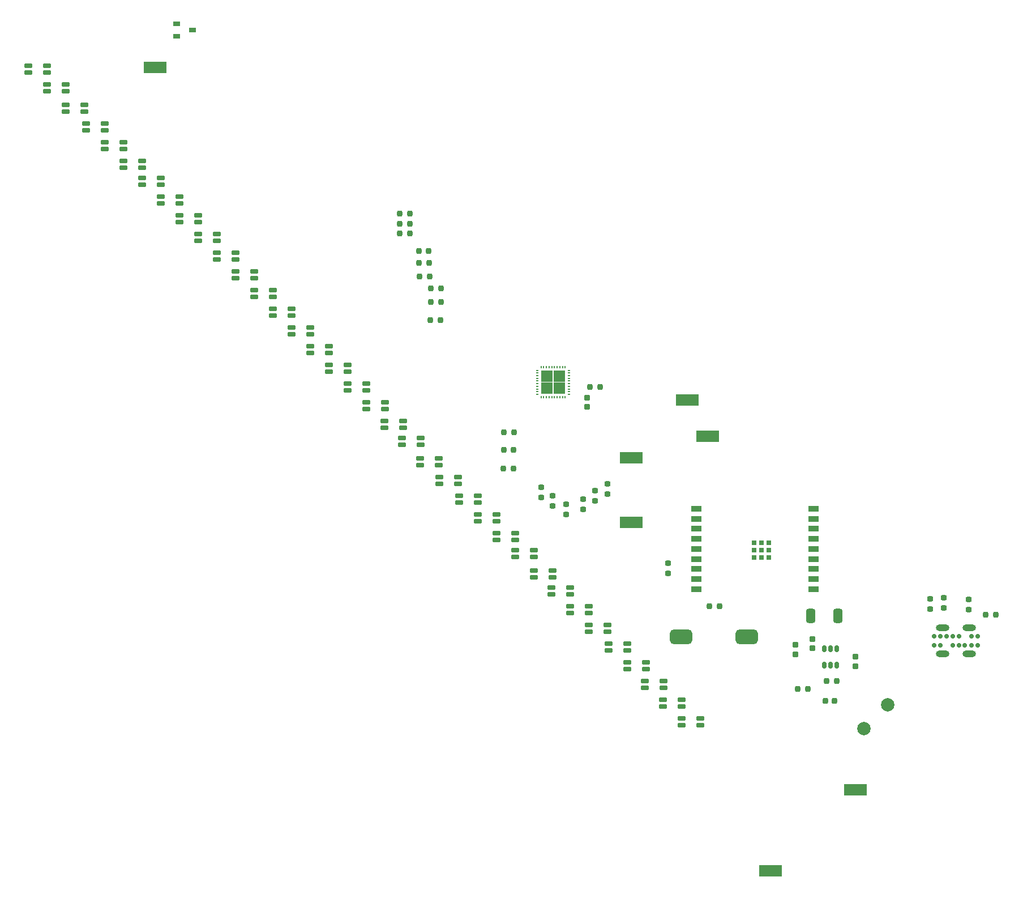
<source format=gbr>
%TF.GenerationSoftware,KiCad,Pcbnew,(7.0.0)*%
%TF.CreationDate,2023-03-18T11:24:22-05:00*%
%TF.ProjectId,LED Fan Blade,4c454420-4661-46e2-9042-6c6164652e6b,rev?*%
%TF.SameCoordinates,Original*%
%TF.FileFunction,Soldermask,Top*%
%TF.FilePolarity,Negative*%
%FSLAX46Y46*%
G04 Gerber Fmt 4.6, Leading zero omitted, Abs format (unit mm)*
G04 Created by KiCad (PCBNEW (7.0.0)) date 2023-03-18 11:24:22*
%MOMM*%
%LPD*%
G01*
G04 APERTURE LIST*
G04 Aperture macros list*
%AMRoundRect*
0 Rectangle with rounded corners*
0 $1 Rounding radius*
0 $2 $3 $4 $5 $6 $7 $8 $9 X,Y pos of 4 corners*
0 Add a 4 corners polygon primitive as box body*
4,1,4,$2,$3,$4,$5,$6,$7,$8,$9,$2,$3,0*
0 Add four circle primitives for the rounded corners*
1,1,$1+$1,$2,$3*
1,1,$1+$1,$4,$5*
1,1,$1+$1,$6,$7*
1,1,$1+$1,$8,$9*
0 Add four rect primitives between the rounded corners*
20,1,$1+$1,$2,$3,$4,$5,0*
20,1,$1+$1,$4,$5,$6,$7,0*
20,1,$1+$1,$6,$7,$8,$9,0*
20,1,$1+$1,$8,$9,$2,$3,0*%
G04 Aperture macros list end*
%ADD10RoundRect,0.175000X-0.425000X-0.175000X0.425000X-0.175000X0.425000X0.175000X-0.425000X0.175000X0*%
%ADD11RoundRect,0.201500X-0.201500X-0.230500X0.201500X-0.230500X0.201500X0.230500X-0.201500X0.230500X0*%
%ADD12R,3.430000X1.780000*%
%ADD13RoundRect,0.201500X0.230500X-0.201500X0.230500X0.201500X-0.230500X0.201500X-0.230500X-0.201500X0*%
%ADD14RoundRect,0.201500X0.201500X0.230500X-0.201500X0.230500X-0.201500X-0.230500X0.201500X-0.230500X0*%
%ADD15RoundRect,0.350000X0.350000X0.710000X-0.350000X0.710000X-0.350000X-0.710000X0.350000X-0.710000X0*%
%ADD16O,0.200000X0.350000*%
%ADD17O,0.350000X0.200000*%
%ADD18C,0.900000*%
%ADD19R,1.800000X1.800000*%
%ADD20RoundRect,0.201500X-0.230500X0.201500X-0.230500X-0.201500X0.230500X-0.201500X0.230500X0.201500X0*%
%ADD21RoundRect,0.200000X-0.250000X0.200000X-0.250000X-0.200000X0.250000X-0.200000X0.250000X0.200000X0*%
%ADD22C,2.000000*%
%ADD23R,1.000000X0.800000*%
%ADD24O,0.700000X0.700000*%
%ADD25O,2.000000X1.000000*%
%ADD26R,1.500000X0.900000*%
%ADD27R,0.700000X0.700000*%
%ADD28RoundRect,0.200000X0.250000X-0.200000X0.250000X0.200000X-0.250000X0.200000X-0.250000X-0.200000X0*%
%ADD29RoundRect,0.200000X-0.200000X-0.250000X0.200000X-0.250000X0.200000X0.250000X-0.200000X0.250000X0*%
%ADD30RoundRect,0.540000X-1.135000X-0.540000X1.135000X-0.540000X1.135000X0.540000X-1.135000X0.540000X0*%
%ADD31RoundRect,0.150000X0.150000X-0.350000X0.150000X0.350000X-0.150000X0.350000X-0.150000X-0.350000X0*%
G04 APERTURE END LIST*
D10*
%TO.C,LED22*%
X94358000Y-89146000D03*
X97158000Y-89146000D03*
X97158000Y-90146000D03*
X94358000Y-90146000D03*
%TD*%
%TO.C,LED6*%
X119628000Y-114046000D03*
X122428000Y-114046000D03*
X122428000Y-115046000D03*
X119628000Y-115046000D03*
%TD*%
%TO.C,LED12*%
X122552000Y-116832000D03*
X125352000Y-116832000D03*
X125352000Y-117832000D03*
X122552000Y-117832000D03*
%TD*%
D11*
%TO.C,BL:2*%
X96021000Y-65786000D03*
X97527000Y-65786000D03*
%TD*%
D10*
%TO.C,LED17*%
X108582000Y-102878000D03*
X111382000Y-102878000D03*
X111382000Y-103878000D03*
X108582000Y-103878000D03*
%TD*%
%TO.C,LED1*%
X35808000Y-30480000D03*
X38608000Y-30480000D03*
X38608000Y-31480000D03*
X35808000Y-31480000D03*
%TD*%
%TO.C,LED28*%
X97276000Y-91948000D03*
X100076000Y-91948000D03*
X100076000Y-92948000D03*
X97276000Y-92948000D03*
%TD*%
D12*
%TO.C,TestHallSense1*%
X54736999Y-30733999D03*
%TD*%
D11*
%TO.C,GR:3*%
X106852000Y-90678000D03*
X108358000Y-90678000D03*
%TD*%
D13*
%TO.C,GR:4*%
X116205000Y-97527000D03*
X116205000Y-96021000D03*
%TD*%
D10*
%TO.C,LED5*%
X102994000Y-97528000D03*
X105794000Y-97528000D03*
X105794000Y-98528000D03*
X102994000Y-98528000D03*
%TD*%
D12*
%TO.C,Test3.3V1*%
X146811999Y-150748999D03*
%TD*%
D11*
%TO.C,RD:2*%
X96021000Y-63754000D03*
X97527000Y-63754000D03*
%TD*%
D10*
%TO.C,LED19*%
X44444000Y-39116000D03*
X47244000Y-39116000D03*
X47244000Y-40116000D03*
X44444000Y-40116000D03*
%TD*%
D14*
%TO.C,R6*%
X121276000Y-78486000D03*
X119770000Y-78486000D03*
%TD*%
D10*
%TO.C,LED16*%
X91688000Y-86106000D03*
X94488000Y-86106000D03*
X94488000Y-87106000D03*
X91688000Y-87106000D03*
%TD*%
D15*
%TO.C,L1*%
X156841000Y-112649000D03*
X152785000Y-112649000D03*
%TD*%
D12*
%TO.C,TestMOSI1*%
X134365999Y-80390999D03*
%TD*%
D16*
%TO.C,LED-Driver1*%
X116083999Y-75519999D03*
X115683999Y-75519999D03*
X115283999Y-75519999D03*
X114883999Y-75519999D03*
X114483999Y-75519999D03*
X114083999Y-75519999D03*
X113683999Y-75519999D03*
X113283999Y-75519999D03*
X112883999Y-75519999D03*
X112483999Y-75519999D03*
D17*
X111883999Y-75969999D03*
X111883999Y-76369999D03*
X111883999Y-76769999D03*
X111883999Y-77169999D03*
X111883999Y-77569999D03*
X111883999Y-77969999D03*
X111883999Y-78369999D03*
X111883999Y-78769999D03*
X111883999Y-79169999D03*
X111883999Y-79569999D03*
D16*
X112483999Y-80019999D03*
X112883999Y-80019999D03*
X113283999Y-80019999D03*
X113683999Y-80019999D03*
X114083999Y-80019999D03*
X114483999Y-80019999D03*
X114883999Y-80019999D03*
X115283999Y-80019999D03*
X115683999Y-80019999D03*
X116083999Y-80019999D03*
D17*
X116683999Y-79569999D03*
X116683999Y-79169999D03*
X116683999Y-78769999D03*
X116683999Y-78369999D03*
X116683999Y-77969999D03*
X116683999Y-77569999D03*
X116683999Y-77169999D03*
X116683999Y-76769999D03*
X116683999Y-76369999D03*
X116683999Y-75969999D03*
D18*
X115184000Y-76870000D03*
D19*
X115183999Y-76869999D03*
D18*
X113384000Y-76870000D03*
D19*
X113383999Y-76869999D03*
D18*
X115184000Y-78670000D03*
D19*
X115183999Y-78669999D03*
D18*
X113384000Y-78670000D03*
D19*
X113383999Y-78669999D03*
%TD*%
D11*
%TO.C,BL:3*%
X106877000Y-87884000D03*
X108383000Y-87884000D03*
%TD*%
D13*
%TO.C,BL:5*%
X120523000Y-95495000D03*
X120523000Y-93989000D03*
%TD*%
D20*
%TO.C,R3*%
X172720000Y-109991000D03*
X172720000Y-111497000D03*
%TD*%
D21*
%TO.C,Cin1*%
X159512000Y-118807000D03*
X159512000Y-120207000D03*
%TD*%
D10*
%TO.C,LED21*%
X77972000Y-72390000D03*
X80772000Y-72390000D03*
X80772000Y-73390000D03*
X77972000Y-73390000D03*
%TD*%
D13*
%TO.C,BL:4*%
X114173000Y-96257000D03*
X114173000Y-94751000D03*
%TD*%
D10*
%TO.C,LED13*%
X41396000Y-36322000D03*
X44196000Y-36322000D03*
X44196000Y-37322000D03*
X41396000Y-37322000D03*
%TD*%
%TO.C,LED30*%
X130680000Y-125214000D03*
X133480000Y-125214000D03*
X133480000Y-126214000D03*
X130680000Y-126214000D03*
%TD*%
D22*
%TO.C,Power_12V1*%
X160782000Y-129540000D03*
X164317534Y-126004466D03*
%TD*%
D10*
%TO.C,LED14*%
X58414000Y-52832000D03*
X61214000Y-52832000D03*
X61214000Y-53832000D03*
X58414000Y-53832000D03*
%TD*%
%TO.C,LED35*%
X116834000Y-111252000D03*
X119634000Y-111252000D03*
X119634000Y-112252000D03*
X116834000Y-112252000D03*
%TD*%
D11*
%TO.C,R2*%
X137677000Y-111252000D03*
X139183000Y-111252000D03*
%TD*%
D10*
%TO.C,LED26*%
X64002000Y-58420000D03*
X66802000Y-58420000D03*
X66802000Y-59420000D03*
X64002000Y-59420000D03*
%TD*%
D11*
%TO.C,R7*%
X150876000Y-123571000D03*
X152382000Y-123571000D03*
%TD*%
D10*
%TO.C,LED25*%
X47238000Y-41910000D03*
X50038000Y-41910000D03*
X50038000Y-42910000D03*
X47238000Y-42910000D03*
%TD*%
%TO.C,LED11*%
X105788000Y-100322000D03*
X108588000Y-100322000D03*
X108588000Y-101322000D03*
X105788000Y-101322000D03*
%TD*%
D12*
%TO.C,TestSS1*%
X125983999Y-89026999D03*
%TD*%
D11*
%TO.C,GR:2*%
X95894000Y-68453000D03*
X97400000Y-68453000D03*
%TD*%
D10*
%TO.C,LED2*%
X52826000Y-47244000D03*
X55626000Y-47244000D03*
X55626000Y-48244000D03*
X52826000Y-48244000D03*
%TD*%
D11*
%TO.C,RD:3*%
X106943000Y-85217000D03*
X108449000Y-85217000D03*
%TD*%
D23*
%TO.C,HallSensor1*%
X57940499Y-24195999D03*
X60340499Y-25145999D03*
X57940499Y-26095999D03*
%TD*%
D24*
%TO.C,USB-C1*%
X171261999Y-115693999D03*
X172211999Y-115693999D03*
X173161999Y-115693999D03*
X174061999Y-115693999D03*
X174961999Y-115693999D03*
X176811999Y-115693999D03*
X177761999Y-115693999D03*
X177761999Y-117093999D03*
X176811999Y-117093999D03*
X175861999Y-117093999D03*
X174961999Y-117093999D03*
X174061999Y-117093999D03*
X172211999Y-117093999D03*
X171261999Y-117093999D03*
D25*
X172511999Y-118323999D03*
X176511999Y-118323999D03*
X172511999Y-114463999D03*
X176511999Y-114463999D03*
%TD*%
D10*
%TO.C,LED27*%
X80766000Y-75184000D03*
X83566000Y-75184000D03*
X83566000Y-76184000D03*
X80766000Y-76184000D03*
%TD*%
D26*
%TO.C,ESP1*%
X135730499Y-96667999D03*
X135730499Y-98167999D03*
X135730499Y-99667999D03*
X135730499Y-101167999D03*
X135730499Y-102667999D03*
X135730499Y-104167999D03*
X135730499Y-105667999D03*
X135730499Y-107167999D03*
X135730499Y-108667999D03*
X153230499Y-108667999D03*
X153230499Y-107167999D03*
X153230499Y-105667999D03*
X153230499Y-104167999D03*
X153230499Y-102667999D03*
X153230499Y-101167999D03*
X153230499Y-99667999D03*
X153230499Y-98167999D03*
X153230499Y-96667999D03*
D27*
X144340499Y-101767999D03*
X145440499Y-101767999D03*
X146540499Y-101767999D03*
X144340499Y-102867999D03*
X145440499Y-102867999D03*
X146540499Y-102867999D03*
X144340499Y-103967999D03*
X145440499Y-103967999D03*
X146540499Y-103967999D03*
%TD*%
D11*
%TO.C,RD:0*%
X91358000Y-52578000D03*
X92864000Y-52578000D03*
%TD*%
D10*
%TO.C,LED23*%
X111376000Y-105910000D03*
X114176000Y-105910000D03*
X114176000Y-106910000D03*
X111376000Y-106910000D03*
%TD*%
%TO.C,LED9*%
X72384000Y-66802000D03*
X75184000Y-66802000D03*
X75184000Y-67802000D03*
X72384000Y-67802000D03*
%TD*%
D21*
%TO.C,Cout1*%
X150495000Y-117029000D03*
X150495000Y-118429000D03*
%TD*%
D10*
%TO.C,LED24*%
X128010000Y-122428000D03*
X130810000Y-122428000D03*
X130810000Y-123428000D03*
X128010000Y-123428000D03*
%TD*%
%TO.C,LED15*%
X75178000Y-69596000D03*
X77978000Y-69596000D03*
X77978000Y-70596000D03*
X75178000Y-70596000D03*
%TD*%
%TO.C,LED10*%
X89024000Y-83558000D03*
X91824000Y-83558000D03*
X91824000Y-84558000D03*
X89024000Y-84558000D03*
%TD*%
D20*
%TO.C,R9*%
X170688000Y-110118000D03*
X170688000Y-111624000D03*
%TD*%
D10*
%TO.C,LED18*%
X125346000Y-119642000D03*
X128146000Y-119642000D03*
X128146000Y-120642000D03*
X125346000Y-120642000D03*
%TD*%
D12*
%TO.C,TestGND1*%
X159511999Y-138683999D03*
%TD*%
D10*
%TO.C,LED34*%
X100200000Y-94750000D03*
X103000000Y-94750000D03*
X103000000Y-95750000D03*
X100200000Y-95750000D03*
%TD*%
D13*
%TO.C,RD:5*%
X118745000Y-96765000D03*
X118745000Y-95259000D03*
%TD*%
%TO.C,RD:4*%
X112522000Y-94987000D03*
X112522000Y-93481000D03*
%TD*%
D14*
%TO.C,R1*%
X180511000Y-112472500D03*
X179005000Y-112472500D03*
%TD*%
D10*
%TO.C,LED31*%
X50032000Y-44704000D03*
X52832000Y-44704000D03*
X52832000Y-45704000D03*
X50032000Y-45704000D03*
%TD*%
D11*
%TO.C,BL:0*%
X91322000Y-54102000D03*
X92828000Y-54102000D03*
%TD*%
D10*
%TO.C,LED20*%
X61208000Y-55626000D03*
X64008000Y-55626000D03*
X64008000Y-56626000D03*
X61208000Y-56626000D03*
%TD*%
D28*
%TO.C,CB1*%
X153035000Y-117540000D03*
X153035000Y-116140000D03*
%TD*%
D12*
%TO.C,TestMISO1*%
X137413999Y-85851999D03*
%TD*%
D10*
%TO.C,LED4*%
X86354000Y-80780000D03*
X89154000Y-80780000D03*
X89154000Y-81780000D03*
X86354000Y-81780000D03*
%TD*%
%TO.C,LED8*%
X55620000Y-50038000D03*
X58420000Y-50038000D03*
X58420000Y-51038000D03*
X55620000Y-51038000D03*
%TD*%
D11*
%TO.C,R8*%
X155198000Y-122428000D03*
X156704000Y-122428000D03*
%TD*%
D29*
%TO.C,C4*%
X155002000Y-125349000D03*
X156402000Y-125349000D03*
%TD*%
D30*
%TO.C,Boot1*%
X133378000Y-115824000D03*
X143228000Y-115824000D03*
%TD*%
D10*
%TO.C,LED32*%
X66796000Y-61214000D03*
X69596000Y-61214000D03*
X69596000Y-62214000D03*
X66796000Y-62214000D03*
%TD*%
D21*
%TO.C,VCAP1*%
X119380000Y-80072000D03*
X119380000Y-81472000D03*
%TD*%
D10*
%TO.C,LED33*%
X83560000Y-77978000D03*
X86360000Y-77978000D03*
X86360000Y-78978000D03*
X83560000Y-78978000D03*
%TD*%
%TO.C,LED3*%
X69590000Y-64008000D03*
X72390000Y-64008000D03*
X72390000Y-65008000D03*
X69590000Y-65008000D03*
%TD*%
%TO.C,LED36*%
X133474000Y-128008000D03*
X136274000Y-128008000D03*
X136274000Y-129008000D03*
X133474000Y-129008000D03*
%TD*%
D11*
%TO.C,GR:1*%
X94309000Y-61976000D03*
X95815000Y-61976000D03*
%TD*%
%TO.C,BL:1*%
X94243000Y-59944000D03*
X95749000Y-59944000D03*
%TD*%
D20*
%TO.C,R4*%
X176403000Y-110245000D03*
X176403000Y-111751000D03*
%TD*%
D11*
%TO.C,GR:0*%
X91322000Y-55499000D03*
X92828000Y-55499000D03*
%TD*%
D12*
%TO.C,TestCLK1*%
X125983999Y-98678999D03*
%TD*%
D10*
%TO.C,LED7*%
X38602000Y-33274000D03*
X41402000Y-33274000D03*
X41402000Y-34274000D03*
X38602000Y-34274000D03*
%TD*%
D13*
%TO.C,R5*%
X131445000Y-106281000D03*
X131445000Y-104775000D03*
%TD*%
%TO.C,GR:5*%
X122428000Y-94479000D03*
X122428000Y-92973000D03*
%TD*%
D10*
%TO.C,LED29*%
X114040000Y-108458000D03*
X116840000Y-108458000D03*
X116840000Y-109458000D03*
X114040000Y-109458000D03*
%TD*%
D31*
%TO.C,VReg1*%
X154813000Y-120015000D03*
X155763000Y-120015000D03*
X156713000Y-120015000D03*
X156713000Y-117615000D03*
X155763000Y-117615000D03*
X154813000Y-117615000D03*
%TD*%
D11*
%TO.C,RD:1*%
X94177000Y-58166000D03*
X95683000Y-58166000D03*
%TD*%
M02*

</source>
